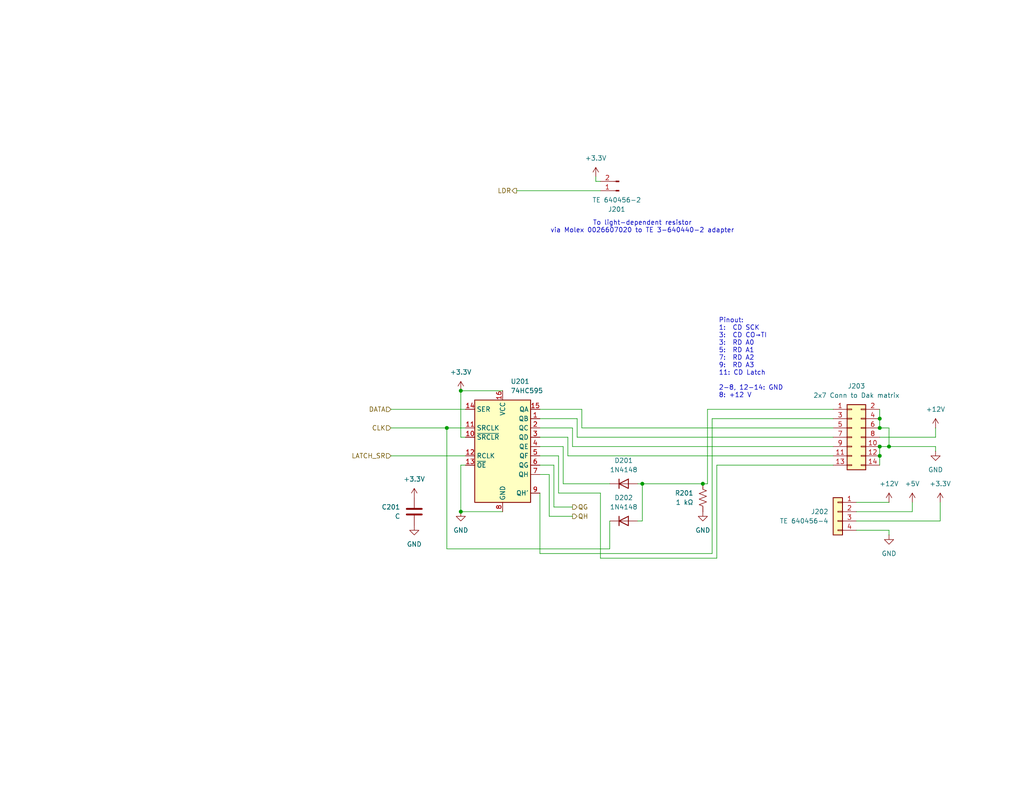
<source format=kicad_sch>
(kicad_sch (version 20250114) (generator "eeschema") (generator_version "9.0")
  (paper "USLetter")
  (title_block (title "Daktronics-specific circuitry") (date "2025-08-29") (rev "02") (company "Bay Area Electric Railroad Association"))
  (lib_symbols
    (symbol "74xx:74HC595"
      (property "Reference" "U" (at -7.62 13.97 0))
      (property "Value" "74HC595" (at -7.62 -16.51 0))
      (symbol "74HC595_1_0"
        (pin input line (at -10.16 10.16 0) (length 2.54) (name "SER") (number "14"))
        (pin input line (at -10.16 5.08 0) (length 2.54) (name "SRCLK") (number "11"))
        (pin input line (at -10.16 2.54 0) (length 2.54) (name "~{SRCLR}") (number "10"))
        (pin input line (at -10.16 -2.54 0) (length 2.54) (name "RCLK") (number "12"))
        (pin input line (at -10.16 -5.08 0) (length 2.54) (name "~{OE}") (number "13"))
        (pin power_in line (at 0 15.24 270) (length 2.54) (name "VCC") (number "16"))
        (pin power_in line (at 0 -17.78 90) (length 2.54) (name "GND") (number "8"))
        (pin tri_state line (at 10.16 10.16 180) (length 2.54) (name "QA") (number "15"))
        (pin tri_state line (at 10.16 7.62 180) (length 2.54) (name "QB") (number "1"))
        (pin tri_state line (at 10.16 5.08 180) (length 2.54) (name "QC") (number "2"))
        (pin tri_state line (at 10.16 2.54 180) (length 2.54) (name "QD") (number "3"))
        (pin tri_state line (at 10.16 0 180) (length 2.54) (name "QE") (number "4"))
        (pin tri_state line (at 10.16 -2.54 180) (length 2.54) (name "QF") (number "5"))
        (pin tri_state line (at 10.16 -5.08 180) (length 2.54) (name "QG") (number "6"))
        (pin tri_state line (at 10.16 -7.62 180) (length 2.54) (name "QH") (number "7"))
        (pin output line (at 10.16 -12.7 180) (length 2.54) (name "QH'") (number "9"))
      )
      (symbol "74HC595_1_1"
        (rectangle (start -7.62 12.7) (end 7.62 -15.24) (stroke (width 0.254)) (fill (type background)))
      )
    )
    (symbol "Connector:Conn_01x02_Pin" (pin_names (offset 1.016) (hide yes))
      (property "Reference" "J" (at 0 2.54 0))
      (property "Value" "Conn_01x02_Pin" (at 0 -5.08 0))
      (symbol "Conn_01x02_Pin_1_1"
        (rectangle (start 0.8636 0.127) (end 0 -0.127) (stroke (width 0.1524)) (fill (type outline)))
        (rectangle (start 0.8636 -2.413) (end 0 -2.667) (stroke (width 0.1524)) (fill (type outline)))
        (polyline (pts (xy 1.27 0) (xy 0.8636 0)) (stroke (width 0.1524)))
        (polyline (pts (xy 1.27 -2.54) (xy 0.8636 -2.54)) (stroke (width 0.1524)))
        (pin passive line (at 5.08 0 180) (length 3.81) (name "Pin_1") (number "1"))
        (pin passive line (at 5.08 -2.54 180) (length 3.81) (name "Pin_2") (number "2"))
      )
    )
    (symbol "Connector_Generic:Conn_01x04" (pin_names (offset 1.016) (hide yes))
      (property "Reference" "J202" (at 2.54 0.0001 0))
      (property "Value" "TE 640456-4" (at 2.54 -2.5399 0))
      (symbol "Conn_01x04_1_1"
        (rectangle (start -1.27 3.81) (end 1.27 -6.35) (stroke (width 0.254)) (fill (type background)))
        (rectangle (start -1.27 2.667) (end 0 2.413) (stroke (width 0.1524)))
        (rectangle (start -1.27 0.127) (end 0 -0.127) (stroke (width 0.1524)))
        (rectangle (start -1.27 -2.413) (end 0 -2.667) (stroke (width 0.1524)))
        (rectangle (start -1.27 -4.953) (end 0 -5.207) (stroke (width 0.1524)))
        (pin power_out line (at -5.08 2.54 0) (length 3.81) (name "Pin_1") (number "1"))
        (pin power_out line (at -5.08 0 0) (length 3.81) (name "Pin_2") (number "2"))
        (pin power_out line (at -5.08 -2.54 0) (length 3.81) (name "Pin_3") (number "3"))
        (pin power_out line (at -5.08 -5.08 0) (length 3.81) (name "Pin_4") (number "4"))
      )
    )
    (symbol "Connector_Generic:Conn_02x07_Odd_Even" (pin_names (offset 1.016) (hide yes))
      (property "Reference" "J" (at 1.27 10.16 0))
      (property "Value" "Conn_02x07_Odd_Even" (at 1.27 -10.16 0))
      (symbol "Conn_02x07_Odd_Even_1_1"
        (rectangle (start -1.27 8.89) (end 3.81 -8.89) (stroke (width 0.254)) (fill (type background)))
        (rectangle (start -1.27 7.747) (end 0 7.493) (stroke (width 0.1524)))
        (rectangle (start -1.27 5.207) (end 0 4.953) (stroke (width 0.1524)))
        (rectangle (start -1.27 2.667) (end 0 2.413) (stroke (width 0.1524)))
        (rectangle (start -1.27 0.127) (end 0 -0.127) (stroke (width 0.1524)))
        (rectangle (start -1.27 -2.413) (end 0 -2.667) (stroke (width 0.1524)))
        (rectangle (start -1.27 -4.953) (end 0 -5.207) (stroke (width 0.1524)))
        (rectangle (start -1.27 -7.493) (end 0 -7.747) (stroke (width 0.1524)))
        (rectangle (start 3.81 7.747) (end 2.54 7.493) (stroke (width 0.1524)))
        (rectangle (start 3.81 5.207) (end 2.54 4.953) (stroke (width 0.1524)))
        (rectangle (start 3.81 2.667) (end 2.54 2.413) (stroke (width 0.1524)))
        (rectangle (start 3.81 0.127) (end 2.54 -0.127) (stroke (width 0.1524)))
        (rectangle (start 3.81 -2.413) (end 2.54 -2.667) (stroke (width 0.1524)))
        (rectangle (start 3.81 -4.953) (end 2.54 -5.207) (stroke (width 0.1524)))
        (rectangle (start 3.81 -7.493) (end 2.54 -7.747) (stroke (width 0.1524)))
        (pin passive line (at -5.08 7.62 0) (length 3.81) (name "Pin_1") (number "1"))
        (pin passive line (at -5.08 5.08 0) (length 3.81) (name "Pin_3") (number "3"))
        (pin passive line (at -5.08 2.54 0) (length 3.81) (name "Pin_5") (number "5"))
        (pin passive line (at -5.08 0 0) (length 3.81) (name "Pin_7") (number "7"))
        (pin passive line (at -5.08 -2.54 0) (length 3.81) (name "Pin_9") (number "9"))
        (pin passive line (at -5.08 -5.08 0) (length 3.81) (name "Pin_11") (number "11"))
        (pin passive line (at -5.08 -7.62 0) (length 3.81) (name "Pin_13") (number "13"))
        (pin passive line (at 7.62 7.62 180) (length 3.81) (name "Pin_2") (number "2"))
        (pin passive line (at 7.62 5.08 180) (length 3.81) (name "Pin_4") (number "4"))
        (pin passive line (at 7.62 2.54 180) (length 3.81) (name "Pin_6") (number "6"))
        (pin passive line (at 7.62 0 180) (length 3.81) (name "Pin_8") (number "8"))
        (pin passive line (at 7.62 -2.54 180) (length 3.81) (name "Pin_10") (number "10"))
        (pin passive line (at 7.62 -5.08 180) (length 3.81) (name "Pin_12") (number "12"))
        (pin passive line (at 7.62 -7.62 180) (length 3.81) (name "Pin_14") (number "14"))
      )
    )
    (symbol "Device:C" (pin_numbers (hide yes)) (pin_names (offset 0.254))
      (property "Reference" "C" (at 0.635 2.54 0))
      (property "Value" "C" (at 0.635 -2.54 0))
      (symbol "C_0_1"
        (polyline (pts (xy -2.032 0.762) (xy 2.032 0.762)) (stroke (width 0.508)))
        (polyline (pts (xy -2.032 -0.762) (xy 2.032 -0.762)) (stroke (width 0.508)))
      )
      (symbol "C_1_1"
        (pin passive line (at 0 3.81 270) (length 2.794) (name "~") (number "1"))
        (pin passive line (at 0 -3.81 90) (length 2.794) (name "~") (number "2"))
      )
    )
    (symbol "Device:R_US" (pin_numbers (hide yes)) (pin_names (offset 0))
      (property "Reference" "R" (at 2.54 0 90))
      (property "Value" "R_US" (at -2.54 0 90))
      (symbol "R_US_0_1"
        (polyline (pts (xy 0 2.286) (xy 0 2.54)))
        (polyline (pts (xy 0 2.286) (xy 1.016 1.905) (xy 0 1.524) (xy -1.016 1.143) (xy 0 0.762)))
        (polyline (pts (xy 0 0.762) (xy 1.016 0.381) (xy 0 0) (xy -1.016 -0.381) (xy 0 -0.762)))
        (polyline (pts (xy 0 -0.762) (xy 1.016 -1.143) (xy 0 -1.524) (xy -1.016 -1.905) (xy 0 -2.286)))
        (polyline (pts (xy 0 -2.286) (xy 0 -2.54)))
      )
      (symbol "R_US_1_1"
        (pin passive line (at 0 3.81 270) (length 1.27) (name "~") (number "1"))
        (pin passive line (at 0 -3.81 90) (length 1.27) (name "~") (number "2"))
      )
    )
    (symbol "Diode:1N4148" (pin_numbers (hide yes)) (pin_names (hide yes))
      (property "Reference" "D" (at 0 2.54 0))
      (property "Value" "1N4148" (at 0 -2.54 0))
      (symbol "1N4148_0_1"
        (polyline (pts (xy -1.27 1.27) (xy -1.27 -1.27)) (stroke (width 0.254)))
        (polyline (pts (xy 1.27 1.27) (xy 1.27 -1.27) (xy -1.27 0) (xy 1.27 1.27)) (stroke (width 0.254)))
        (polyline (pts (xy 1.27 0) (xy -1.27 0)))
      )
      (symbol "1N4148_1_1"
        (pin passive line (at -3.81 0 0) (length 2.54) (name "K") (number "1"))
        (pin passive line (at 3.81 0 180) (length 2.54) (name "A") (number "2"))
      )
    )
    (symbol "power:+12V" (power) (pin_numbers (hide yes)) (pin_names (offset 0) (hide yes))
      (property "Value" "+12V" (at 0 3.556 0))
      (symbol "+12V_0_1"
        (polyline (pts (xy -0.762 1.27) (xy 0 2.54)))
        (polyline (pts (xy 0 2.54) (xy 0.762 1.27)))
        (polyline (pts (xy 0 0) (xy 0 2.54)))
      )
      (symbol "+12V_1_1"
        (pin power_in line (at 0 0 90) (length 0) (name "~") (number "1"))
      )
    )
    (symbol "power:+3.3V" (power) (pin_numbers (hide yes)) (pin_names (offset 0) (hide yes))
      (property "Value" "+3.3V" (at 0 3.556 0))
      (symbol "+3.3V_0_1"
        (polyline (pts (xy -0.762 1.27) (xy 0 2.54)))
        (polyline (pts (xy 0 2.54) (xy 0.762 1.27)))
        (polyline (pts (xy 0 0) (xy 0 2.54)))
      )
      (symbol "+3.3V_1_1"
        (pin power_in line (at 0 0 90) (length 0) (name "~") (number "1"))
      )
    )
    (symbol "power:+5V" (power) (pin_numbers (hide yes)) (pin_names (offset 0) (hide yes))
      (property "Value" "+5V" (at 0 3.556 0))
      (symbol "+5V_0_1"
        (polyline (pts (xy -0.762 1.27) (xy 0 2.54)))
        (polyline (pts (xy 0 2.54) (xy 0.762 1.27)))
        (polyline (pts (xy 0 0) (xy 0 2.54)))
      )
      (symbol "+5V_1_1"
        (pin power_in line (at 0 0 90) (length 0) (name "~") (number "1"))
      )
    )
    (symbol "power:GND" (power) (pin_numbers (hide yes)) (pin_names (offset 0) (hide yes))
      (property "Value" "GND" (at 0 -3.81 0))
      (symbol "GND_0_1"
        (polyline (pts (xy 0 0) (xy 0 -1.27) (xy 1.27 -1.27) (xy 0 -2.54) (xy -1.27 -1.27) (xy 0 -1.27)))
      )
      (symbol "GND_1_1"
        (pin power_in line (at 0 0 270) (length 0) (name "~") (number "1"))
      )
    )
  )
  (text "Pinout:\n1:  CD SCK\n3:  CD CO→TI\n3:  RD A0\n5:  RD A1\n7:  RD A2\n9:  RD A3\n11: CD Latch\n\n2-8, 12-14: GND\n8: +12 V" (at 196.088 97.79 0) (effects (font (size 1.27 1.27)) (justify left)))
  (text "To light-dependent resistor\nvia Molex 0026607020 to TE 3-640440-2 adapter" (at 175.26 61.976 0) (effects (font (size 1.27 1.27))))
  (junction (at 240.03 124.46))
  (junction (at 121.92 116.84))
  (junction (at 240.03 114.3))
  (junction (at 240.03 116.84))
  (junction (at 125.73 106.68))
  (junction (at 242.57 121.92))
  (junction (at 191.77 132.08))
  (junction (at 125.73 139.7))
  (junction (at 240.03 121.92))
  (junction (at 175.26 132.08))
  (wire (pts (xy 163.83 134.62) (xy 163.83 152.4)))
  (wire (pts (xy 242.57 121.92) (xy 240.03 121.92)))
  (wire (pts (xy 195.58 127) (xy 227.33 127)))
  (wire (pts (xy 233.68 142.24) (xy 256.54 142.24)))
  (wire (pts (xy 158.75 116.84) (xy 158.75 111.76)))
  (wire (pts (xy 106.68 111.76) (xy 127 111.76)))
  (wire (pts (xy 147.32 124.46) (xy 152.4 124.46)))
  (wire (pts (xy 127 127) (xy 125.73 127)))
  (wire (pts (xy 166.37 142.24) (xy 166.37 149.86)))
  (wire (pts (xy 255.27 119.38) (xy 255.27 116.84)))
  (wire (pts (xy 233.68 137.16) (xy 242.57 137.16)))
  (wire (pts (xy 156.21 138.43) (xy 151.13 138.43)))
  (wire (pts (xy 193.04 111.76) (xy 193.04 132.08)))
  (wire (pts (xy 147.32 134.62) (xy 147.32 151.13)))
  (wire (pts (xy 191.77 132.08) (xy 175.26 132.08)))
  (wire (pts (xy 153.67 121.92) (xy 147.32 121.92)))
  (wire (pts (xy 154.94 124.46) (xy 227.33 124.46)))
  (wire (pts (xy 106.68 116.84) (xy 121.92 116.84)))
  (wire (pts (xy 242.57 116.84) (xy 242.57 121.92)))
  (wire (pts (xy 158.75 111.76) (xy 147.32 111.76)))
  (wire (pts (xy 125.73 127) (xy 125.73 139.7)))
  (wire (pts (xy 125.73 106.68) (xy 137.16 106.68)))
  (wire (pts (xy 256.54 137.16) (xy 256.54 142.24)))
  (wire (pts (xy 125.73 119.38) (xy 125.73 106.68)))
  (wire (pts (xy 156.21 121.92) (xy 156.21 116.84)))
  (wire (pts (xy 152.4 124.46) (xy 152.4 134.62)))
  (wire (pts (xy 166.37 149.86) (xy 121.92 149.86)))
  (wire (pts (xy 125.73 139.7) (xy 137.16 139.7)))
  (wire (pts (xy 240.03 111.76) (xy 240.03 114.3)))
  (wire (pts (xy 242.57 144.78) (xy 233.68 144.78)))
  (wire (pts (xy 193.04 111.76) (xy 227.33 111.76)))
  (wire (pts (xy 149.86 140.97) (xy 156.21 140.97)))
  (wire (pts (xy 242.57 146.05) (xy 242.57 144.78)))
  (wire (pts (xy 153.67 132.08) (xy 166.37 132.08)))
  (wire (pts (xy 194.31 114.3) (xy 227.33 114.3)))
  (wire (pts (xy 162.56 49.53) (xy 163.83 49.53)))
  (wire (pts (xy 121.92 116.84) (xy 121.92 149.86)))
  (wire (pts (xy 240.03 124.46) (xy 240.03 127)))
  (wire (pts (xy 195.58 127) (xy 195.58 152.4)))
  (wire (pts (xy 153.67 121.92) (xy 153.67 132.08)))
  (wire (pts (xy 147.32 114.3) (xy 157.48 114.3)))
  (wire (pts (xy 173.99 142.24) (xy 175.26 142.24)))
  (wire (pts (xy 175.26 132.08) (xy 173.99 132.08)))
  (wire (pts (xy 147.32 151.13) (xy 194.31 151.13)))
  (wire (pts (xy 106.68 124.46) (xy 127 124.46)))
  (wire (pts (xy 163.83 152.4) (xy 195.58 152.4)))
  (wire (pts (xy 175.26 142.24) (xy 175.26 132.08)))
  (wire (pts (xy 149.86 129.54) (xy 147.32 129.54)))
  (wire (pts (xy 154.94 119.38) (xy 154.94 124.46)))
  (wire (pts (xy 149.86 129.54) (xy 149.86 140.97)))
  (wire (pts (xy 194.31 114.3) (xy 194.31 151.13)))
  (wire (pts (xy 248.92 137.16) (xy 248.92 139.7)))
  (wire (pts (xy 242.57 121.92) (xy 255.27 121.92)))
  (wire (pts (xy 233.68 139.7) (xy 248.92 139.7)))
  (wire (pts (xy 240.03 119.38) (xy 255.27 119.38)))
  (wire (pts (xy 240.03 116.84) (xy 242.57 116.84)))
  (wire (pts (xy 147.32 119.38) (xy 154.94 119.38)))
  (wire (pts (xy 140.97 52.07) (xy 163.83 52.07)))
  (wire (pts (xy 151.13 138.43) (xy 151.13 127)))
  (wire (pts (xy 158.75 116.84) (xy 227.33 116.84)))
  (wire (pts (xy 152.4 134.62) (xy 163.83 134.62)))
  (wire (pts (xy 156.21 116.84) (xy 147.32 116.84)))
  (wire (pts (xy 193.04 132.08) (xy 191.77 132.08)))
  (wire (pts (xy 151.13 127) (xy 147.32 127)))
  (wire (pts (xy 240.03 121.92) (xy 240.03 124.46)))
  (wire (pts (xy 127 119.38) (xy 125.73 119.38)))
  (wire (pts (xy 157.48 119.38) (xy 227.33 119.38)))
  (wire (pts (xy 121.92 116.84) (xy 127 116.84)))
  (wire (pts (xy 156.21 121.92) (xy 227.33 121.92)))
  (wire (pts (xy 157.48 114.3) (xy 157.48 119.38)))
  (wire (pts (xy 255.27 123.19) (xy 255.27 121.92)))
  (wire (pts (xy 240.03 114.3) (xy 240.03 116.84)))
  (wire (pts (xy 162.56 48.26) (xy 162.56 49.53)))
  (hierarchical_label "DATA" (shape input) (at 106.68 111.76 180))
  (hierarchical_label "QG" (shape output) (at 156.21 138.43 0))
  (hierarchical_label "LATCH_SR" (shape input) (at 106.68 124.46 180))
  (hierarchical_label "QH" (shape output) (at 156.21 140.97 0))
  (hierarchical_label "CLK" (shape input) (at 106.68 116.84 180))
  (hierarchical_label "LDR" (shape output) (at 140.97 52.07 180))
  (symbol (lib_id "74xx:74HC595") (at 137.16 121.92 0) (unit 1)
    (property "Reference" "U201" (at 139.3234 104.14 0) (effects (justify left)))
    (property "Value" "74HC595" (at 139.3234 106.68 0) (effects (justify left)))
    (property "Footprint" "Package_SO:SOIC-16_3.9x9.9mm_P1.27mm" (effects (hide yes)))
    (property "Datasheet" "http://www.ti.com/lit/ds/symlink/sn74hc595.pdf" (effects (hide yes)))
    (property "Description" "8-bit serial in/out Shift Register 3-State Outputs" (effects (hide yes)))
  )
  (symbol (lib_id "power:+3.3V") (at 125.73 106.68 0) (unit 1)
    (property "Reference" "#PWR0203" (effects (hide yes)))
    (property "Value" "+3.3V" (at 125.73 101.6 0))
    (property "Description" "Power symbol creates a global label with name \"+3.3V\"" (effects (hide yes)))
  )
  (symbol (lib_id "Connector_Generic:Conn_01x04") (at 228.6 139.7 0) (mirror y) (unit 1)
    (property "Reference" "J202" (at 226.06 139.6999 0) (effects (justify left)))
    (property "Value" "TE 640456-4" (at 226.06 142.2399 0) (effects (justify left)))
    (property "Footprint" "Connector_PinHeader_2.54mm:PinHeader_1x04_P2.54mm_Vertical" (effects (hide yes)))
    (property "Description" "Generic connector, single row, 01x04, script generated (kicad-library-utils/schlib/autogen/connector/)" (effects (hide yes)))
  )
  (symbol (lib_id "power:+3.3V") (at 162.56 48.26 0) (unit 1)
    (property "Reference" "#PWR0205" (effects (hide yes)))
    (property "Value" "+3.3V" (at 162.56 43.18 0))
    (property "Description" "Power symbol creates a global label with name \"+3.3V\"" (effects (hide yes)))
  )
  (symbol (lib_id "Connector_Generic:Conn_02x07_Odd_Even") (at 232.41 119.38 0) (unit 1)
    (property "Reference" "J203" (at 233.68 105.41 0))
    (property "Value" "2x7 Conn to Dak matrix" (at 233.68 107.95 0))
    (property "Footprint" "Connector_IDC:IDC-Header_2x07_P2.54mm_Vertical" (effects (hide yes)))
    (property "Description" "Generic connector, double row, 02x07, odd/even pin numbering scheme (row 1 odd numbers, row 2 even numbers), script generated (kicad-library-utils/schlib/autogen/connector/)" (effects (hide yes)))
  )
  (symbol (lib_id "power:GND") (at 191.77 139.7 0) (unit 1)
    (property "Reference" "#PWR0206" (effects (hide yes)))
    (property "Value" "GND" (at 191.77 144.78 0))
    (property "Description" "Power symbol creates a global label with name \"GND\" , ground" (effects (hide yes)))
  )
  (symbol (lib_id "power:GND") (at 255.27 123.19 0) (unit 1)
    (property "Reference" "#PWR0211" (effects (hide yes)))
    (property "Value" "GND" (at 255.27 128.27 0))
    (property "Description" "Power symbol creates a global label with name \"GND\" , ground" (effects (hide yes)))
  )
  (symbol (lib_id "power:+3.3V") (at 256.54 137.16 0) (unit 1)
    (property "Reference" "#PWR0212" (effects (hide yes)))
    (property "Value" "+3.3V" (at 256.54 132.08 0))
    (property "Description" "Power symbol creates a global label with name \"+3.3V\"" (effects (hide yes)))
  )
  (symbol (lib_id "power:+12V") (at 242.57 137.16 0) (unit 1)
    (property "Reference" "#PWR0207" (effects (hide yes)))
    (property "Value" "+12V" (at 242.57 132.08 0))
    (property "Description" "Power symbol creates a global label with name \"+12V\"" (effects (hide yes)))
  )
  (symbol (lib_id "Device:R_US") (at 191.77 135.89 0) (unit 1)
    (property "Reference" "R201" (at 189.23 134.6199 0) (effects (justify right)))
    (property "Value" "1 kΩ" (at 189.23 137.1599 0) (effects (justify right)))
    (property "Footprint" "Resistor_SMD:R_1206_3216Metric_Pad1.30x1.75mm_HandSolder" (effects (hide yes)))
    (property "Description" "Resistor, US symbol" (effects (hide yes)))
  )
  (symbol (lib_id "Diode:1N4148") (at 170.18 142.24 0) (unit 1)
    (property "Reference" "D202" (at 170.18 135.89 0))
    (property "Value" "1N4148" (at 170.18 138.43 0))
    (property "Footprint" "Diode_THT:D_DO-35_SOD27_P7.62mm_Horizontal" (effects (hide yes)))
    (property "Datasheet" "https://assets.nexperia.com/documents/data-sheet/1N4148_1N4448.pdf" (effects (hide yes)))
    (property "Description" "100V 0.15A standard switching diode, DO-35" (effects (hide yes)))
    (property "Sim.Device" "D" (effects (hide yes)))
    (property "Sim.Pins" "1=K 2=A" (effects (hide yes)))
  )
  (symbol (lib_id "power:+12V") (at 255.27 116.84 0) (unit 1)
    (property "Reference" "#PWR0210" (effects (hide yes)))
    (property "Value" "+12V" (at 255.27 111.76 0))
    (property "Description" "Power symbol creates a global label with name \"+12V\"" (effects (hide yes)))
  )
  (symbol (lib_id "power:+3.3V") (at 113.03 135.89 0) (unit 1)
    (property "Reference" "#PWR0201" (effects (hide yes)))
    (property "Value" "+3.3V" (at 113.03 130.81 0))
    (property "Description" "Power symbol creates a global label with name \"+3.3V\"" (effects (hide yes)))
  )
  (symbol (lib_id "power:+5V") (at 248.92 137.16 0) (unit 1)
    (property "Reference" "#PWR0209" (effects (hide yes)))
    (property "Value" "+5V" (at 248.92 132.08 0))
    (property "Description" "Power symbol creates a global label with name \"+5V\"" (effects (hide yes)))
  )
  (symbol (lib_id "power:GND") (at 125.73 139.7 0) (unit 1)
    (property "Reference" "#PWR0204" (effects (hide yes)))
    (property "Value" "GND" (at 125.73 144.78 0))
    (property "Description" "Power symbol creates a global label with name \"GND\" , ground" (effects (hide yes)))
  )
  (symbol (lib_id "Device:C") (at 113.03 139.7 0) (unit 1)
    (property "Reference" "C201" (at 109.22 138.4299 0) (effects (justify right)))
    (property "Value" "C" (at 109.22 140.9699 0) (effects (justify right)))
    (property "Footprint" "Capacitor_SMD:C_0805_2012Metric_Pad1.18x1.45mm_HandSolder" (effects (hide yes)))
    (property "Description" "Unpolarized capacitor" (effects (hide yes)))
  )
  (symbol (lib_id "power:GND") (at 113.03 143.51 0) (unit 1)
    (property "Reference" "#PWR0202" (effects (hide yes)))
    (property "Value" "GND" (at 113.03 148.59 0))
    (property "Description" "Power symbol creates a global label with name \"GND\" , ground" (effects (hide yes)))
  )
  (symbol (lib_id "Connector:Conn_01x02_Pin") (at 168.91 52.07 180) (unit 1)
    (property "Reference" "J201" (at 168.275 57.15 0))
    (property "Value" "TE 640456-2" (at 168.275 54.61 0))
    (property "Footprint" "Connector_PinHeader_2.54mm:PinHeader_1x02_P2.54mm_Vertical" (effects (hide yes)))
    (property "Description" "Generic connector, single row, 01x02, script generated" (effects (hide yes)))
  )
  (symbol (lib_id "power:GND") (at 242.57 146.05 0) (unit 1)
    (property "Reference" "#PWR0208" (effects (hide yes)))
    (property "Value" "GND" (at 242.57 151.13 0))
    (property "Description" "Power symbol creates a global label with name \"GND\" , ground" (effects (hide yes)))
  )
  (symbol (lib_id "Diode:1N4148") (at 170.18 132.08 0) (unit 1)
    (property "Reference" "D201" (at 170.18 125.73 0))
    (property "Value" "1N4148" (at 170.18 128.27 0))
    (property "Footprint" "Diode_THT:D_DO-35_SOD27_P7.62mm_Horizontal" (effects (hide yes)))
    (property "Datasheet" "https://assets.nexperia.com/documents/data-sheet/1N4148_1N4448.pdf" (effects (hide yes)))
    (property "Description" "100V 0.15A standard switching diode, DO-35" (effects (hide yes)))
    (property "Sim.Device" "D" (effects (hide yes)))
    (property "Sim.Pins" "1=K 2=A" (effects (hide yes)))
  )
)
</source>
